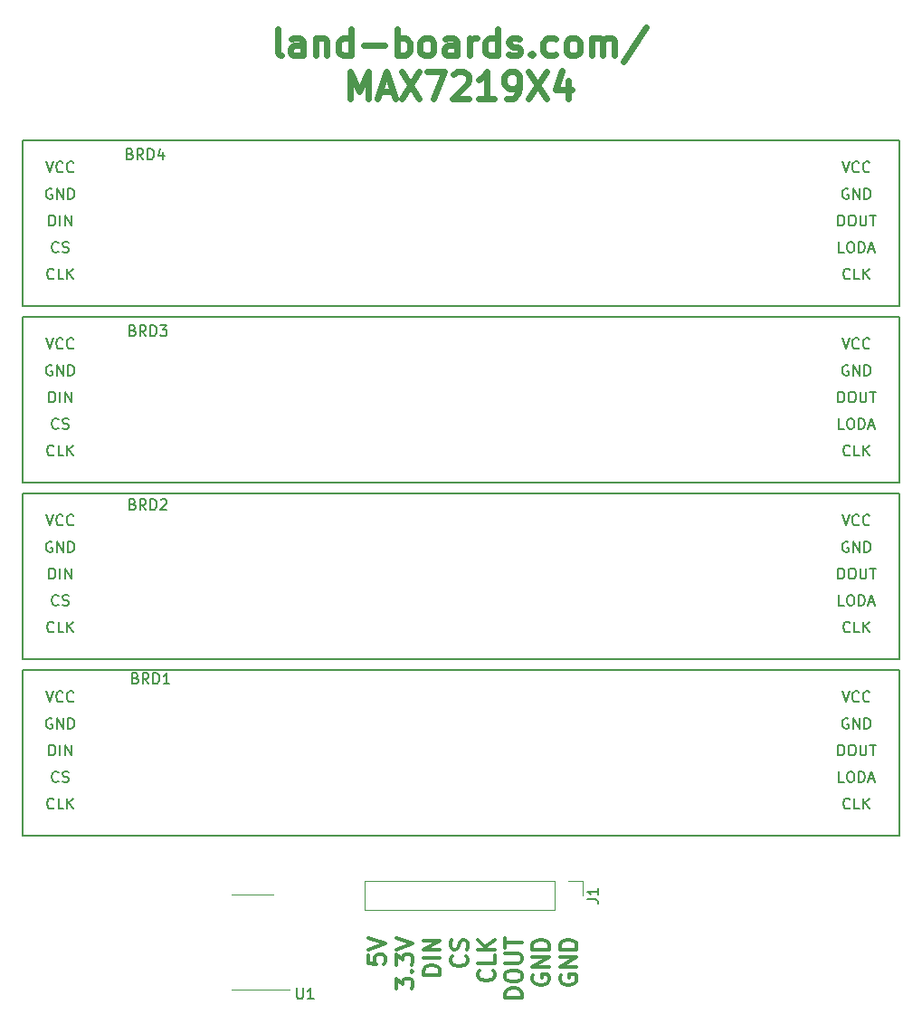
<source format=gbr>
%TF.GenerationSoftware,KiCad,Pcbnew,(6.0.1)*%
%TF.CreationDate,2022-06-12T20:44:29-04:00*%
%TF.ProjectId,MAX7219X4,4d415837-3231-4395-9834-2e6b69636164,1*%
%TF.SameCoordinates,Original*%
%TF.FileFunction,Legend,Top*%
%TF.FilePolarity,Positive*%
%FSLAX46Y46*%
G04 Gerber Fmt 4.6, Leading zero omitted, Abs format (unit mm)*
G04 Created by KiCad (PCBNEW (6.0.1)) date 2022-06-12 20:44:29*
%MOMM*%
%LPD*%
G01*
G04 APERTURE LIST*
%ADD10C,0.317500*%
%ADD11C,0.625000*%
%ADD12C,0.150000*%
%ADD13C,0.120000*%
G04 APERTURE END LIST*
D10*
X99405092Y-116753065D02*
X99405092Y-117509017D01*
X100161045Y-117584613D01*
X100085449Y-117509017D01*
X100009854Y-117357827D01*
X100009854Y-116979851D01*
X100085449Y-116828660D01*
X100161045Y-116753065D01*
X100312235Y-116677470D01*
X100690211Y-116677470D01*
X100841402Y-116753065D01*
X100916997Y-116828660D01*
X100992592Y-116979851D01*
X100992592Y-117357827D01*
X100916997Y-117509017D01*
X100841402Y-117584613D01*
X99405092Y-116223898D02*
X100992592Y-115694732D01*
X99405092Y-115165565D01*
X101960967Y-119928065D02*
X101960967Y-118945327D01*
X102565729Y-119474494D01*
X102565729Y-119247708D01*
X102641324Y-119096517D01*
X102716920Y-119020922D01*
X102868110Y-118945327D01*
X103246086Y-118945327D01*
X103397277Y-119020922D01*
X103472872Y-119096517D01*
X103548467Y-119247708D01*
X103548467Y-119701279D01*
X103472872Y-119852470D01*
X103397277Y-119928065D01*
X103397277Y-118264970D02*
X103472872Y-118189375D01*
X103548467Y-118264970D01*
X103472872Y-118340565D01*
X103397277Y-118264970D01*
X103548467Y-118264970D01*
X101960967Y-117660208D02*
X101960967Y-116677470D01*
X102565729Y-117206636D01*
X102565729Y-116979851D01*
X102641324Y-116828660D01*
X102716920Y-116753065D01*
X102868110Y-116677470D01*
X103246086Y-116677470D01*
X103397277Y-116753065D01*
X103472872Y-116828660D01*
X103548467Y-116979851D01*
X103548467Y-117433422D01*
X103472872Y-117584613D01*
X103397277Y-117660208D01*
X101960967Y-116223898D02*
X103548467Y-115694732D01*
X101960967Y-115165565D01*
X106104342Y-118642946D02*
X104516842Y-118642946D01*
X104516842Y-118264970D01*
X104592438Y-118038184D01*
X104743628Y-117886994D01*
X104894818Y-117811398D01*
X105197199Y-117735803D01*
X105423985Y-117735803D01*
X105726366Y-117811398D01*
X105877557Y-117886994D01*
X106028747Y-118038184D01*
X106104342Y-118264970D01*
X106104342Y-118642946D01*
X106104342Y-117055446D02*
X104516842Y-117055446D01*
X106104342Y-116299494D02*
X104516842Y-116299494D01*
X106104342Y-115392351D01*
X104516842Y-115392351D01*
X108509027Y-116828660D02*
X108584622Y-116904255D01*
X108660217Y-117131041D01*
X108660217Y-117282232D01*
X108584622Y-117509017D01*
X108433432Y-117660208D01*
X108282241Y-117735803D01*
X107979860Y-117811398D01*
X107753074Y-117811398D01*
X107450693Y-117735803D01*
X107299503Y-117660208D01*
X107148313Y-117509017D01*
X107072717Y-117282232D01*
X107072717Y-117131041D01*
X107148313Y-116904255D01*
X107223908Y-116828660D01*
X108584622Y-116223898D02*
X108660217Y-115997113D01*
X108660217Y-115619136D01*
X108584622Y-115467946D01*
X108509027Y-115392351D01*
X108357836Y-115316755D01*
X108206646Y-115316755D01*
X108055455Y-115392351D01*
X107979860Y-115467946D01*
X107904265Y-115619136D01*
X107828670Y-115921517D01*
X107753074Y-116072708D01*
X107677479Y-116148303D01*
X107526289Y-116223898D01*
X107375098Y-116223898D01*
X107223908Y-116148303D01*
X107148313Y-116072708D01*
X107072717Y-115921517D01*
X107072717Y-115543541D01*
X107148313Y-115316755D01*
X111064902Y-118189375D02*
X111140497Y-118264970D01*
X111216092Y-118491755D01*
X111216092Y-118642946D01*
X111140497Y-118869732D01*
X110989307Y-119020922D01*
X110838116Y-119096517D01*
X110535735Y-119172113D01*
X110308949Y-119172113D01*
X110006568Y-119096517D01*
X109855378Y-119020922D01*
X109704188Y-118869732D01*
X109628592Y-118642946D01*
X109628592Y-118491755D01*
X109704188Y-118264970D01*
X109779783Y-118189375D01*
X111216092Y-116753065D02*
X111216092Y-117509017D01*
X109628592Y-117509017D01*
X111216092Y-116223898D02*
X109628592Y-116223898D01*
X111216092Y-115316755D02*
X110308949Y-115997113D01*
X109628592Y-115316755D02*
X110535735Y-116223898D01*
X113771967Y-120759613D02*
X112184467Y-120759613D01*
X112184467Y-120381636D01*
X112260063Y-120154851D01*
X112411253Y-120003660D01*
X112562443Y-119928065D01*
X112864824Y-119852470D01*
X113091610Y-119852470D01*
X113393991Y-119928065D01*
X113545182Y-120003660D01*
X113696372Y-120154851D01*
X113771967Y-120381636D01*
X113771967Y-120759613D01*
X112184467Y-118869732D02*
X112184467Y-118567351D01*
X112260063Y-118416160D01*
X112411253Y-118264970D01*
X112713634Y-118189375D01*
X113242801Y-118189375D01*
X113545182Y-118264970D01*
X113696372Y-118416160D01*
X113771967Y-118567351D01*
X113771967Y-118869732D01*
X113696372Y-119020922D01*
X113545182Y-119172113D01*
X113242801Y-119247708D01*
X112713634Y-119247708D01*
X112411253Y-119172113D01*
X112260063Y-119020922D01*
X112184467Y-118869732D01*
X112184467Y-117509017D02*
X113469586Y-117509017D01*
X113620777Y-117433422D01*
X113696372Y-117357827D01*
X113771967Y-117206636D01*
X113771967Y-116904255D01*
X113696372Y-116753065D01*
X113620777Y-116677470D01*
X113469586Y-116601875D01*
X112184467Y-116601875D01*
X112184467Y-116072708D02*
X112184467Y-115165565D01*
X113771967Y-115619136D02*
X112184467Y-115619136D01*
X114815938Y-118642946D02*
X114740342Y-118794136D01*
X114740342Y-119020922D01*
X114815938Y-119247708D01*
X114967128Y-119398898D01*
X115118318Y-119474494D01*
X115420699Y-119550089D01*
X115647485Y-119550089D01*
X115949866Y-119474494D01*
X116101057Y-119398898D01*
X116252247Y-119247708D01*
X116327842Y-119020922D01*
X116327842Y-118869732D01*
X116252247Y-118642946D01*
X116176652Y-118567351D01*
X115647485Y-118567351D01*
X115647485Y-118869732D01*
X116327842Y-117886994D02*
X114740342Y-117886994D01*
X116327842Y-116979851D01*
X114740342Y-116979851D01*
X116327842Y-116223898D02*
X114740342Y-116223898D01*
X114740342Y-115845922D01*
X114815938Y-115619136D01*
X114967128Y-115467946D01*
X115118318Y-115392351D01*
X115420699Y-115316755D01*
X115647485Y-115316755D01*
X115949866Y-115392351D01*
X116101057Y-115467946D01*
X116252247Y-115619136D01*
X116327842Y-115845922D01*
X116327842Y-116223898D01*
X117371813Y-118642946D02*
X117296217Y-118794136D01*
X117296217Y-119020922D01*
X117371813Y-119247708D01*
X117523003Y-119398898D01*
X117674193Y-119474494D01*
X117976574Y-119550089D01*
X118203360Y-119550089D01*
X118505741Y-119474494D01*
X118656932Y-119398898D01*
X118808122Y-119247708D01*
X118883717Y-119020922D01*
X118883717Y-118869732D01*
X118808122Y-118642946D01*
X118732527Y-118567351D01*
X118203360Y-118567351D01*
X118203360Y-118869732D01*
X118883717Y-117886994D02*
X117296217Y-117886994D01*
X118883717Y-116979851D01*
X117296217Y-116979851D01*
X118883717Y-116223898D02*
X117296217Y-116223898D01*
X117296217Y-115845922D01*
X117371813Y-115619136D01*
X117523003Y-115467946D01*
X117674193Y-115392351D01*
X117976574Y-115316755D01*
X118203360Y-115316755D01*
X118505741Y-115392351D01*
X118656932Y-115467946D01*
X118808122Y-115619136D01*
X118883717Y-115845922D01*
X118883717Y-116223898D01*
D11*
X91223809Y-32646452D02*
X90985714Y-32527404D01*
X90866666Y-32289309D01*
X90866666Y-30146452D01*
X93247619Y-32646452D02*
X93247619Y-31336928D01*
X93128571Y-31098833D01*
X92890476Y-30979785D01*
X92414285Y-30979785D01*
X92176190Y-31098833D01*
X93247619Y-32527404D02*
X93009523Y-32646452D01*
X92414285Y-32646452D01*
X92176190Y-32527404D01*
X92057142Y-32289309D01*
X92057142Y-32051214D01*
X92176190Y-31813119D01*
X92414285Y-31694071D01*
X93009523Y-31694071D01*
X93247619Y-31575023D01*
X94438095Y-30979785D02*
X94438095Y-32646452D01*
X94438095Y-31217880D02*
X94557142Y-31098833D01*
X94795238Y-30979785D01*
X95152380Y-30979785D01*
X95390476Y-31098833D01*
X95509523Y-31336928D01*
X95509523Y-32646452D01*
X97771428Y-32646452D02*
X97771428Y-30146452D01*
X97771428Y-32527404D02*
X97533333Y-32646452D01*
X97057142Y-32646452D01*
X96819047Y-32527404D01*
X96700000Y-32408357D01*
X96580952Y-32170261D01*
X96580952Y-31455976D01*
X96700000Y-31217880D01*
X96819047Y-31098833D01*
X97057142Y-30979785D01*
X97533333Y-30979785D01*
X97771428Y-31098833D01*
X98961904Y-31694071D02*
X100866666Y-31694071D01*
X102057142Y-32646452D02*
X102057142Y-30146452D01*
X102057142Y-31098833D02*
X102295238Y-30979785D01*
X102771428Y-30979785D01*
X103009523Y-31098833D01*
X103128571Y-31217880D01*
X103247619Y-31455976D01*
X103247619Y-32170261D01*
X103128571Y-32408357D01*
X103009523Y-32527404D01*
X102771428Y-32646452D01*
X102295238Y-32646452D01*
X102057142Y-32527404D01*
X104676190Y-32646452D02*
X104438095Y-32527404D01*
X104319047Y-32408357D01*
X104200000Y-32170261D01*
X104200000Y-31455976D01*
X104319047Y-31217880D01*
X104438095Y-31098833D01*
X104676190Y-30979785D01*
X105033333Y-30979785D01*
X105271428Y-31098833D01*
X105390476Y-31217880D01*
X105509523Y-31455976D01*
X105509523Y-32170261D01*
X105390476Y-32408357D01*
X105271428Y-32527404D01*
X105033333Y-32646452D01*
X104676190Y-32646452D01*
X107652380Y-32646452D02*
X107652380Y-31336928D01*
X107533333Y-31098833D01*
X107295238Y-30979785D01*
X106819047Y-30979785D01*
X106580952Y-31098833D01*
X107652380Y-32527404D02*
X107414285Y-32646452D01*
X106819047Y-32646452D01*
X106580952Y-32527404D01*
X106461904Y-32289309D01*
X106461904Y-32051214D01*
X106580952Y-31813119D01*
X106819047Y-31694071D01*
X107414285Y-31694071D01*
X107652380Y-31575023D01*
X108842857Y-32646452D02*
X108842857Y-30979785D01*
X108842857Y-31455976D02*
X108961904Y-31217880D01*
X109080952Y-31098833D01*
X109319047Y-30979785D01*
X109557142Y-30979785D01*
X111461904Y-32646452D02*
X111461904Y-30146452D01*
X111461904Y-32527404D02*
X111223809Y-32646452D01*
X110747619Y-32646452D01*
X110509523Y-32527404D01*
X110390476Y-32408357D01*
X110271428Y-32170261D01*
X110271428Y-31455976D01*
X110390476Y-31217880D01*
X110509523Y-31098833D01*
X110747619Y-30979785D01*
X111223809Y-30979785D01*
X111461904Y-31098833D01*
X112533333Y-32527404D02*
X112771428Y-32646452D01*
X113247619Y-32646452D01*
X113485714Y-32527404D01*
X113604761Y-32289309D01*
X113604761Y-32170261D01*
X113485714Y-31932166D01*
X113247619Y-31813119D01*
X112890476Y-31813119D01*
X112652380Y-31694071D01*
X112533333Y-31455976D01*
X112533333Y-31336928D01*
X112652380Y-31098833D01*
X112890476Y-30979785D01*
X113247619Y-30979785D01*
X113485714Y-31098833D01*
X114676190Y-32408357D02*
X114795238Y-32527404D01*
X114676190Y-32646452D01*
X114557142Y-32527404D01*
X114676190Y-32408357D01*
X114676190Y-32646452D01*
X116938095Y-32527404D02*
X116700000Y-32646452D01*
X116223809Y-32646452D01*
X115985714Y-32527404D01*
X115866666Y-32408357D01*
X115747619Y-32170261D01*
X115747619Y-31455976D01*
X115866666Y-31217880D01*
X115985714Y-31098833D01*
X116223809Y-30979785D01*
X116700000Y-30979785D01*
X116938095Y-31098833D01*
X118366666Y-32646452D02*
X118128571Y-32527404D01*
X118009523Y-32408357D01*
X117890476Y-32170261D01*
X117890476Y-31455976D01*
X118009523Y-31217880D01*
X118128571Y-31098833D01*
X118366666Y-30979785D01*
X118723809Y-30979785D01*
X118961904Y-31098833D01*
X119080952Y-31217880D01*
X119200000Y-31455976D01*
X119200000Y-32170261D01*
X119080952Y-32408357D01*
X118961904Y-32527404D01*
X118723809Y-32646452D01*
X118366666Y-32646452D01*
X120271428Y-32646452D02*
X120271428Y-30979785D01*
X120271428Y-31217880D02*
X120390476Y-31098833D01*
X120628571Y-30979785D01*
X120985714Y-30979785D01*
X121223809Y-31098833D01*
X121342857Y-31336928D01*
X121342857Y-32646452D01*
X121342857Y-31336928D02*
X121461904Y-31098833D01*
X121699999Y-30979785D01*
X122057142Y-30979785D01*
X122295238Y-31098833D01*
X122414285Y-31336928D01*
X122414285Y-32646452D01*
X125390476Y-30027404D02*
X123247619Y-33241690D01*
X97711904Y-36671452D02*
X97711904Y-34171452D01*
X98545238Y-35957166D01*
X99378571Y-34171452D01*
X99378571Y-36671452D01*
X100450000Y-35957166D02*
X101640476Y-35957166D01*
X100211904Y-36671452D02*
X101045238Y-34171452D01*
X101878571Y-36671452D01*
X102473809Y-34171452D02*
X104140476Y-36671452D01*
X104140476Y-34171452D02*
X102473809Y-36671452D01*
X104854761Y-34171452D02*
X106521428Y-34171452D01*
X105450000Y-36671452D01*
X107354761Y-34409547D02*
X107473809Y-34290500D01*
X107711904Y-34171452D01*
X108307142Y-34171452D01*
X108545238Y-34290500D01*
X108664285Y-34409547D01*
X108783333Y-34647642D01*
X108783333Y-34885738D01*
X108664285Y-35242880D01*
X107235714Y-36671452D01*
X108783333Y-36671452D01*
X111164285Y-36671452D02*
X109735714Y-36671452D01*
X110450000Y-36671452D02*
X110450000Y-34171452D01*
X110211904Y-34528595D01*
X109973809Y-34766690D01*
X109735714Y-34885738D01*
X112354761Y-36671452D02*
X112830952Y-36671452D01*
X113069047Y-36552404D01*
X113188095Y-36433357D01*
X113426190Y-36076214D01*
X113545238Y-35600023D01*
X113545238Y-34647642D01*
X113426190Y-34409547D01*
X113307142Y-34290500D01*
X113069047Y-34171452D01*
X112592857Y-34171452D01*
X112354761Y-34290500D01*
X112235714Y-34409547D01*
X112116666Y-34647642D01*
X112116666Y-35242880D01*
X112235714Y-35480976D01*
X112354761Y-35600023D01*
X112592857Y-35719071D01*
X113069047Y-35719071D01*
X113307142Y-35600023D01*
X113426190Y-35480976D01*
X113545238Y-35242880D01*
X114378571Y-34171452D02*
X116045238Y-36671452D01*
X116045238Y-34171452D02*
X114378571Y-36671452D01*
X118069047Y-35004785D02*
X118069047Y-36671452D01*
X117473809Y-34052404D02*
X116878571Y-35838119D01*
X118426190Y-35838119D01*
D12*
%TO.C,BRD4*%
X77081238Y-41838571D02*
X77224095Y-41886190D01*
X77271714Y-41933809D01*
X77319333Y-42029047D01*
X77319333Y-42171904D01*
X77271714Y-42267142D01*
X77224095Y-42314761D01*
X77128857Y-42362380D01*
X76747904Y-42362380D01*
X76747904Y-41362380D01*
X77081238Y-41362380D01*
X77176476Y-41410000D01*
X77224095Y-41457619D01*
X77271714Y-41552857D01*
X77271714Y-41648095D01*
X77224095Y-41743333D01*
X77176476Y-41790952D01*
X77081238Y-41838571D01*
X76747904Y-41838571D01*
X78319333Y-42362380D02*
X77986000Y-41886190D01*
X77747904Y-42362380D02*
X77747904Y-41362380D01*
X78128857Y-41362380D01*
X78224095Y-41410000D01*
X78271714Y-41457619D01*
X78319333Y-41552857D01*
X78319333Y-41695714D01*
X78271714Y-41790952D01*
X78224095Y-41838571D01*
X78128857Y-41886190D01*
X77747904Y-41886190D01*
X78747904Y-42362380D02*
X78747904Y-41362380D01*
X78986000Y-41362380D01*
X79128857Y-41410000D01*
X79224095Y-41505238D01*
X79271714Y-41600476D01*
X79319333Y-41790952D01*
X79319333Y-41933809D01*
X79271714Y-42124285D01*
X79224095Y-42219523D01*
X79128857Y-42314761D01*
X78986000Y-42362380D01*
X78747904Y-42362380D01*
X80176476Y-41695714D02*
X80176476Y-42362380D01*
X79938380Y-41314761D02*
X79700285Y-42029047D01*
X80319333Y-42029047D01*
X143354523Y-48557380D02*
X143354523Y-47557380D01*
X143592619Y-47557380D01*
X143735476Y-47605000D01*
X143830714Y-47700238D01*
X143878333Y-47795476D01*
X143925952Y-47985952D01*
X143925952Y-48128809D01*
X143878333Y-48319285D01*
X143830714Y-48414523D01*
X143735476Y-48509761D01*
X143592619Y-48557380D01*
X143354523Y-48557380D01*
X144545000Y-47557380D02*
X144735476Y-47557380D01*
X144830714Y-47605000D01*
X144925952Y-47700238D01*
X144973571Y-47890714D01*
X144973571Y-48224047D01*
X144925952Y-48414523D01*
X144830714Y-48509761D01*
X144735476Y-48557380D01*
X144545000Y-48557380D01*
X144449761Y-48509761D01*
X144354523Y-48414523D01*
X144306904Y-48224047D01*
X144306904Y-47890714D01*
X144354523Y-47700238D01*
X144449761Y-47605000D01*
X144545000Y-47557380D01*
X145402142Y-47557380D02*
X145402142Y-48366904D01*
X145449761Y-48462142D01*
X145497380Y-48509761D01*
X145592619Y-48557380D01*
X145783095Y-48557380D01*
X145878333Y-48509761D01*
X145925952Y-48462142D01*
X145973571Y-48366904D01*
X145973571Y-47557380D01*
X146306904Y-47557380D02*
X146878333Y-47557380D01*
X146592619Y-48557380D02*
X146592619Y-47557380D01*
X70378333Y-50962142D02*
X70330714Y-51009761D01*
X70187857Y-51057380D01*
X70092619Y-51057380D01*
X69949761Y-51009761D01*
X69854523Y-50914523D01*
X69806904Y-50819285D01*
X69759285Y-50628809D01*
X69759285Y-50485952D01*
X69806904Y-50295476D01*
X69854523Y-50200238D01*
X69949761Y-50105000D01*
X70092619Y-50057380D01*
X70187857Y-50057380D01*
X70330714Y-50105000D01*
X70378333Y-50152619D01*
X70759285Y-51009761D02*
X70902142Y-51057380D01*
X71140238Y-51057380D01*
X71235476Y-51009761D01*
X71283095Y-50962142D01*
X71330714Y-50866904D01*
X71330714Y-50771666D01*
X71283095Y-50676428D01*
X71235476Y-50628809D01*
X71140238Y-50581190D01*
X70949761Y-50533571D01*
X70854523Y-50485952D01*
X70806904Y-50438333D01*
X70759285Y-50343095D01*
X70759285Y-50247857D01*
X70806904Y-50152619D01*
X70854523Y-50105000D01*
X70949761Y-50057380D01*
X71187857Y-50057380D01*
X71330714Y-50105000D01*
X143711666Y-42557380D02*
X144045000Y-43557380D01*
X144378333Y-42557380D01*
X145283095Y-43462142D02*
X145235476Y-43509761D01*
X145092619Y-43557380D01*
X144997380Y-43557380D01*
X144854523Y-43509761D01*
X144759285Y-43414523D01*
X144711666Y-43319285D01*
X144664047Y-43128809D01*
X144664047Y-42985952D01*
X144711666Y-42795476D01*
X144759285Y-42700238D01*
X144854523Y-42605000D01*
X144997380Y-42557380D01*
X145092619Y-42557380D01*
X145235476Y-42605000D01*
X145283095Y-42652619D01*
X146283095Y-43462142D02*
X146235476Y-43509761D01*
X146092619Y-43557380D01*
X145997380Y-43557380D01*
X145854523Y-43509761D01*
X145759285Y-43414523D01*
X145711666Y-43319285D01*
X145664047Y-43128809D01*
X145664047Y-42985952D01*
X145711666Y-42795476D01*
X145759285Y-42700238D01*
X145854523Y-42605000D01*
X145997380Y-42557380D01*
X146092619Y-42557380D01*
X146235476Y-42605000D01*
X146283095Y-42652619D01*
X144449761Y-53462142D02*
X144402142Y-53509761D01*
X144259285Y-53557380D01*
X144164047Y-53557380D01*
X144021190Y-53509761D01*
X143925952Y-53414523D01*
X143878333Y-53319285D01*
X143830714Y-53128809D01*
X143830714Y-52985952D01*
X143878333Y-52795476D01*
X143925952Y-52700238D01*
X144021190Y-52605000D01*
X144164047Y-52557380D01*
X144259285Y-52557380D01*
X144402142Y-52605000D01*
X144449761Y-52652619D01*
X145354523Y-53557380D02*
X144878333Y-53557380D01*
X144878333Y-52557380D01*
X145687857Y-53557380D02*
X145687857Y-52557380D01*
X146259285Y-53557380D02*
X145830714Y-52985952D01*
X146259285Y-52557380D02*
X145687857Y-53128809D01*
X69783095Y-45105000D02*
X69687857Y-45057380D01*
X69545000Y-45057380D01*
X69402142Y-45105000D01*
X69306904Y-45200238D01*
X69259285Y-45295476D01*
X69211666Y-45485952D01*
X69211666Y-45628809D01*
X69259285Y-45819285D01*
X69306904Y-45914523D01*
X69402142Y-46009761D01*
X69545000Y-46057380D01*
X69640238Y-46057380D01*
X69783095Y-46009761D01*
X69830714Y-45962142D01*
X69830714Y-45628809D01*
X69640238Y-45628809D01*
X70259285Y-46057380D02*
X70259285Y-45057380D01*
X70830714Y-46057380D01*
X70830714Y-45057380D01*
X71306904Y-46057380D02*
X71306904Y-45057380D01*
X71545000Y-45057380D01*
X71687857Y-45105000D01*
X71783095Y-45200238D01*
X71830714Y-45295476D01*
X71878333Y-45485952D01*
X71878333Y-45628809D01*
X71830714Y-45819285D01*
X71783095Y-45914523D01*
X71687857Y-46009761D01*
X71545000Y-46057380D01*
X71306904Y-46057380D01*
X143902142Y-51057380D02*
X143425952Y-51057380D01*
X143425952Y-50057380D01*
X144425952Y-50057380D02*
X144616428Y-50057380D01*
X144711666Y-50105000D01*
X144806904Y-50200238D01*
X144854523Y-50390714D01*
X144854523Y-50724047D01*
X144806904Y-50914523D01*
X144711666Y-51009761D01*
X144616428Y-51057380D01*
X144425952Y-51057380D01*
X144330714Y-51009761D01*
X144235476Y-50914523D01*
X144187857Y-50724047D01*
X144187857Y-50390714D01*
X144235476Y-50200238D01*
X144330714Y-50105000D01*
X144425952Y-50057380D01*
X145283095Y-51057380D02*
X145283095Y-50057380D01*
X145521190Y-50057380D01*
X145664047Y-50105000D01*
X145759285Y-50200238D01*
X145806904Y-50295476D01*
X145854523Y-50485952D01*
X145854523Y-50628809D01*
X145806904Y-50819285D01*
X145759285Y-50914523D01*
X145664047Y-51009761D01*
X145521190Y-51057380D01*
X145283095Y-51057380D01*
X146235476Y-50771666D02*
X146711666Y-50771666D01*
X146140238Y-51057380D02*
X146473571Y-50057380D01*
X146806904Y-51057380D01*
X69521190Y-48557380D02*
X69521190Y-47557380D01*
X69759285Y-47557380D01*
X69902142Y-47605000D01*
X69997380Y-47700238D01*
X70045000Y-47795476D01*
X70092619Y-47985952D01*
X70092619Y-48128809D01*
X70045000Y-48319285D01*
X69997380Y-48414523D01*
X69902142Y-48509761D01*
X69759285Y-48557380D01*
X69521190Y-48557380D01*
X70521190Y-48557380D02*
X70521190Y-47557380D01*
X70997380Y-48557380D02*
X70997380Y-47557380D01*
X71568809Y-48557380D01*
X71568809Y-47557380D01*
X69949761Y-53462142D02*
X69902142Y-53509761D01*
X69759285Y-53557380D01*
X69664047Y-53557380D01*
X69521190Y-53509761D01*
X69425952Y-53414523D01*
X69378333Y-53319285D01*
X69330714Y-53128809D01*
X69330714Y-52985952D01*
X69378333Y-52795476D01*
X69425952Y-52700238D01*
X69521190Y-52605000D01*
X69664047Y-52557380D01*
X69759285Y-52557380D01*
X69902142Y-52605000D01*
X69949761Y-52652619D01*
X70854523Y-53557380D02*
X70378333Y-53557380D01*
X70378333Y-52557380D01*
X71187857Y-53557380D02*
X71187857Y-52557380D01*
X71759285Y-53557380D02*
X71330714Y-52985952D01*
X71759285Y-52557380D02*
X71187857Y-53128809D01*
X69211666Y-42557380D02*
X69545000Y-43557380D01*
X69878333Y-42557380D01*
X70783095Y-43462142D02*
X70735476Y-43509761D01*
X70592619Y-43557380D01*
X70497380Y-43557380D01*
X70354523Y-43509761D01*
X70259285Y-43414523D01*
X70211666Y-43319285D01*
X70164047Y-43128809D01*
X70164047Y-42985952D01*
X70211666Y-42795476D01*
X70259285Y-42700238D01*
X70354523Y-42605000D01*
X70497380Y-42557380D01*
X70592619Y-42557380D01*
X70735476Y-42605000D01*
X70783095Y-42652619D01*
X71783095Y-43462142D02*
X71735476Y-43509761D01*
X71592619Y-43557380D01*
X71497380Y-43557380D01*
X71354523Y-43509761D01*
X71259285Y-43414523D01*
X71211666Y-43319285D01*
X71164047Y-43128809D01*
X71164047Y-42985952D01*
X71211666Y-42795476D01*
X71259285Y-42700238D01*
X71354523Y-42605000D01*
X71497380Y-42557380D01*
X71592619Y-42557380D01*
X71735476Y-42605000D01*
X71783095Y-42652619D01*
X144283095Y-45105000D02*
X144187857Y-45057380D01*
X144045000Y-45057380D01*
X143902142Y-45105000D01*
X143806904Y-45200238D01*
X143759285Y-45295476D01*
X143711666Y-45485952D01*
X143711666Y-45628809D01*
X143759285Y-45819285D01*
X143806904Y-45914523D01*
X143902142Y-46009761D01*
X144045000Y-46057380D01*
X144140238Y-46057380D01*
X144283095Y-46009761D01*
X144330714Y-45962142D01*
X144330714Y-45628809D01*
X144140238Y-45628809D01*
X144759285Y-46057380D02*
X144759285Y-45057380D01*
X145330714Y-46057380D01*
X145330714Y-45057380D01*
X145806904Y-46057380D02*
X145806904Y-45057380D01*
X146045000Y-45057380D01*
X146187857Y-45105000D01*
X146283095Y-45200238D01*
X146330714Y-45295476D01*
X146378333Y-45485952D01*
X146378333Y-45628809D01*
X146330714Y-45819285D01*
X146283095Y-45914523D01*
X146187857Y-46009761D01*
X146045000Y-46057380D01*
X145806904Y-46057380D01*
%TO.C,BRD1*%
X77589238Y-90860571D02*
X77732095Y-90908190D01*
X77779714Y-90955809D01*
X77827333Y-91051047D01*
X77827333Y-91193904D01*
X77779714Y-91289142D01*
X77732095Y-91336761D01*
X77636857Y-91384380D01*
X77255904Y-91384380D01*
X77255904Y-90384380D01*
X77589238Y-90384380D01*
X77684476Y-90432000D01*
X77732095Y-90479619D01*
X77779714Y-90574857D01*
X77779714Y-90670095D01*
X77732095Y-90765333D01*
X77684476Y-90812952D01*
X77589238Y-90860571D01*
X77255904Y-90860571D01*
X78827333Y-91384380D02*
X78494000Y-90908190D01*
X78255904Y-91384380D02*
X78255904Y-90384380D01*
X78636857Y-90384380D01*
X78732095Y-90432000D01*
X78779714Y-90479619D01*
X78827333Y-90574857D01*
X78827333Y-90717714D01*
X78779714Y-90812952D01*
X78732095Y-90860571D01*
X78636857Y-90908190D01*
X78255904Y-90908190D01*
X79255904Y-91384380D02*
X79255904Y-90384380D01*
X79494000Y-90384380D01*
X79636857Y-90432000D01*
X79732095Y-90527238D01*
X79779714Y-90622476D01*
X79827333Y-90812952D01*
X79827333Y-90955809D01*
X79779714Y-91146285D01*
X79732095Y-91241523D01*
X79636857Y-91336761D01*
X79494000Y-91384380D01*
X79255904Y-91384380D01*
X80779714Y-91384380D02*
X80208285Y-91384380D01*
X80494000Y-91384380D02*
X80494000Y-90384380D01*
X80398761Y-90527238D01*
X80303523Y-90622476D01*
X80208285Y-90670095D01*
X69521190Y-98087380D02*
X69521190Y-97087380D01*
X69759285Y-97087380D01*
X69902142Y-97135000D01*
X69997380Y-97230238D01*
X70045000Y-97325476D01*
X70092619Y-97515952D01*
X70092619Y-97658809D01*
X70045000Y-97849285D01*
X69997380Y-97944523D01*
X69902142Y-98039761D01*
X69759285Y-98087380D01*
X69521190Y-98087380D01*
X70521190Y-98087380D02*
X70521190Y-97087380D01*
X70997380Y-98087380D02*
X70997380Y-97087380D01*
X71568809Y-98087380D01*
X71568809Y-97087380D01*
X143711666Y-92087380D02*
X144045000Y-93087380D01*
X144378333Y-92087380D01*
X145283095Y-92992142D02*
X145235476Y-93039761D01*
X145092619Y-93087380D01*
X144997380Y-93087380D01*
X144854523Y-93039761D01*
X144759285Y-92944523D01*
X144711666Y-92849285D01*
X144664047Y-92658809D01*
X144664047Y-92515952D01*
X144711666Y-92325476D01*
X144759285Y-92230238D01*
X144854523Y-92135000D01*
X144997380Y-92087380D01*
X145092619Y-92087380D01*
X145235476Y-92135000D01*
X145283095Y-92182619D01*
X146283095Y-92992142D02*
X146235476Y-93039761D01*
X146092619Y-93087380D01*
X145997380Y-93087380D01*
X145854523Y-93039761D01*
X145759285Y-92944523D01*
X145711666Y-92849285D01*
X145664047Y-92658809D01*
X145664047Y-92515952D01*
X145711666Y-92325476D01*
X145759285Y-92230238D01*
X145854523Y-92135000D01*
X145997380Y-92087380D01*
X146092619Y-92087380D01*
X146235476Y-92135000D01*
X146283095Y-92182619D01*
X144449761Y-102992142D02*
X144402142Y-103039761D01*
X144259285Y-103087380D01*
X144164047Y-103087380D01*
X144021190Y-103039761D01*
X143925952Y-102944523D01*
X143878333Y-102849285D01*
X143830714Y-102658809D01*
X143830714Y-102515952D01*
X143878333Y-102325476D01*
X143925952Y-102230238D01*
X144021190Y-102135000D01*
X144164047Y-102087380D01*
X144259285Y-102087380D01*
X144402142Y-102135000D01*
X144449761Y-102182619D01*
X145354523Y-103087380D02*
X144878333Y-103087380D01*
X144878333Y-102087380D01*
X145687857Y-103087380D02*
X145687857Y-102087380D01*
X146259285Y-103087380D02*
X145830714Y-102515952D01*
X146259285Y-102087380D02*
X145687857Y-102658809D01*
X69783095Y-94635000D02*
X69687857Y-94587380D01*
X69545000Y-94587380D01*
X69402142Y-94635000D01*
X69306904Y-94730238D01*
X69259285Y-94825476D01*
X69211666Y-95015952D01*
X69211666Y-95158809D01*
X69259285Y-95349285D01*
X69306904Y-95444523D01*
X69402142Y-95539761D01*
X69545000Y-95587380D01*
X69640238Y-95587380D01*
X69783095Y-95539761D01*
X69830714Y-95492142D01*
X69830714Y-95158809D01*
X69640238Y-95158809D01*
X70259285Y-95587380D02*
X70259285Y-94587380D01*
X70830714Y-95587380D01*
X70830714Y-94587380D01*
X71306904Y-95587380D02*
X71306904Y-94587380D01*
X71545000Y-94587380D01*
X71687857Y-94635000D01*
X71783095Y-94730238D01*
X71830714Y-94825476D01*
X71878333Y-95015952D01*
X71878333Y-95158809D01*
X71830714Y-95349285D01*
X71783095Y-95444523D01*
X71687857Y-95539761D01*
X71545000Y-95587380D01*
X71306904Y-95587380D01*
X143902142Y-100587380D02*
X143425952Y-100587380D01*
X143425952Y-99587380D01*
X144425952Y-99587380D02*
X144616428Y-99587380D01*
X144711666Y-99635000D01*
X144806904Y-99730238D01*
X144854523Y-99920714D01*
X144854523Y-100254047D01*
X144806904Y-100444523D01*
X144711666Y-100539761D01*
X144616428Y-100587380D01*
X144425952Y-100587380D01*
X144330714Y-100539761D01*
X144235476Y-100444523D01*
X144187857Y-100254047D01*
X144187857Y-99920714D01*
X144235476Y-99730238D01*
X144330714Y-99635000D01*
X144425952Y-99587380D01*
X145283095Y-100587380D02*
X145283095Y-99587380D01*
X145521190Y-99587380D01*
X145664047Y-99635000D01*
X145759285Y-99730238D01*
X145806904Y-99825476D01*
X145854523Y-100015952D01*
X145854523Y-100158809D01*
X145806904Y-100349285D01*
X145759285Y-100444523D01*
X145664047Y-100539761D01*
X145521190Y-100587380D01*
X145283095Y-100587380D01*
X146235476Y-100301666D02*
X146711666Y-100301666D01*
X146140238Y-100587380D02*
X146473571Y-99587380D01*
X146806904Y-100587380D01*
X143354523Y-98087380D02*
X143354523Y-97087380D01*
X143592619Y-97087380D01*
X143735476Y-97135000D01*
X143830714Y-97230238D01*
X143878333Y-97325476D01*
X143925952Y-97515952D01*
X143925952Y-97658809D01*
X143878333Y-97849285D01*
X143830714Y-97944523D01*
X143735476Y-98039761D01*
X143592619Y-98087380D01*
X143354523Y-98087380D01*
X144545000Y-97087380D02*
X144735476Y-97087380D01*
X144830714Y-97135000D01*
X144925952Y-97230238D01*
X144973571Y-97420714D01*
X144973571Y-97754047D01*
X144925952Y-97944523D01*
X144830714Y-98039761D01*
X144735476Y-98087380D01*
X144545000Y-98087380D01*
X144449761Y-98039761D01*
X144354523Y-97944523D01*
X144306904Y-97754047D01*
X144306904Y-97420714D01*
X144354523Y-97230238D01*
X144449761Y-97135000D01*
X144545000Y-97087380D01*
X145402142Y-97087380D02*
X145402142Y-97896904D01*
X145449761Y-97992142D01*
X145497380Y-98039761D01*
X145592619Y-98087380D01*
X145783095Y-98087380D01*
X145878333Y-98039761D01*
X145925952Y-97992142D01*
X145973571Y-97896904D01*
X145973571Y-97087380D01*
X146306904Y-97087380D02*
X146878333Y-97087380D01*
X146592619Y-98087380D02*
X146592619Y-97087380D01*
X144283095Y-94635000D02*
X144187857Y-94587380D01*
X144045000Y-94587380D01*
X143902142Y-94635000D01*
X143806904Y-94730238D01*
X143759285Y-94825476D01*
X143711666Y-95015952D01*
X143711666Y-95158809D01*
X143759285Y-95349285D01*
X143806904Y-95444523D01*
X143902142Y-95539761D01*
X144045000Y-95587380D01*
X144140238Y-95587380D01*
X144283095Y-95539761D01*
X144330714Y-95492142D01*
X144330714Y-95158809D01*
X144140238Y-95158809D01*
X144759285Y-95587380D02*
X144759285Y-94587380D01*
X145330714Y-95587380D01*
X145330714Y-94587380D01*
X145806904Y-95587380D02*
X145806904Y-94587380D01*
X146045000Y-94587380D01*
X146187857Y-94635000D01*
X146283095Y-94730238D01*
X146330714Y-94825476D01*
X146378333Y-95015952D01*
X146378333Y-95158809D01*
X146330714Y-95349285D01*
X146283095Y-95444523D01*
X146187857Y-95539761D01*
X146045000Y-95587380D01*
X145806904Y-95587380D01*
X69211666Y-92087380D02*
X69545000Y-93087380D01*
X69878333Y-92087380D01*
X70783095Y-92992142D02*
X70735476Y-93039761D01*
X70592619Y-93087380D01*
X70497380Y-93087380D01*
X70354523Y-93039761D01*
X70259285Y-92944523D01*
X70211666Y-92849285D01*
X70164047Y-92658809D01*
X70164047Y-92515952D01*
X70211666Y-92325476D01*
X70259285Y-92230238D01*
X70354523Y-92135000D01*
X70497380Y-92087380D01*
X70592619Y-92087380D01*
X70735476Y-92135000D01*
X70783095Y-92182619D01*
X71783095Y-92992142D02*
X71735476Y-93039761D01*
X71592619Y-93087380D01*
X71497380Y-93087380D01*
X71354523Y-93039761D01*
X71259285Y-92944523D01*
X71211666Y-92849285D01*
X71164047Y-92658809D01*
X71164047Y-92515952D01*
X71211666Y-92325476D01*
X71259285Y-92230238D01*
X71354523Y-92135000D01*
X71497380Y-92087380D01*
X71592619Y-92087380D01*
X71735476Y-92135000D01*
X71783095Y-92182619D01*
X69949761Y-102992142D02*
X69902142Y-103039761D01*
X69759285Y-103087380D01*
X69664047Y-103087380D01*
X69521190Y-103039761D01*
X69425952Y-102944523D01*
X69378333Y-102849285D01*
X69330714Y-102658809D01*
X69330714Y-102515952D01*
X69378333Y-102325476D01*
X69425952Y-102230238D01*
X69521190Y-102135000D01*
X69664047Y-102087380D01*
X69759285Y-102087380D01*
X69902142Y-102135000D01*
X69949761Y-102182619D01*
X70854523Y-103087380D02*
X70378333Y-103087380D01*
X70378333Y-102087380D01*
X71187857Y-103087380D02*
X71187857Y-102087380D01*
X71759285Y-103087380D02*
X71330714Y-102515952D01*
X71759285Y-102087380D02*
X71187857Y-102658809D01*
X70378333Y-100492142D02*
X70330714Y-100539761D01*
X70187857Y-100587380D01*
X70092619Y-100587380D01*
X69949761Y-100539761D01*
X69854523Y-100444523D01*
X69806904Y-100349285D01*
X69759285Y-100158809D01*
X69759285Y-100015952D01*
X69806904Y-99825476D01*
X69854523Y-99730238D01*
X69949761Y-99635000D01*
X70092619Y-99587380D01*
X70187857Y-99587380D01*
X70330714Y-99635000D01*
X70378333Y-99682619D01*
X70759285Y-100539761D02*
X70902142Y-100587380D01*
X71140238Y-100587380D01*
X71235476Y-100539761D01*
X71283095Y-100492142D01*
X71330714Y-100396904D01*
X71330714Y-100301666D01*
X71283095Y-100206428D01*
X71235476Y-100158809D01*
X71140238Y-100111190D01*
X70949761Y-100063571D01*
X70854523Y-100015952D01*
X70806904Y-99968333D01*
X70759285Y-99873095D01*
X70759285Y-99777857D01*
X70806904Y-99682619D01*
X70854523Y-99635000D01*
X70949761Y-99587380D01*
X71187857Y-99587380D01*
X71330714Y-99635000D01*
%TO.C,J1*%
X119892380Y-111528333D02*
X120606666Y-111528333D01*
X120749523Y-111575952D01*
X120844761Y-111671190D01*
X120892380Y-111814047D01*
X120892380Y-111909285D01*
X120892380Y-110528333D02*
X120892380Y-111099761D01*
X120892380Y-110814047D02*
X119892380Y-110814047D01*
X120035238Y-110909285D01*
X120130476Y-111004523D01*
X120178095Y-111099761D01*
%TO.C,U1*%
X92710095Y-119848380D02*
X92710095Y-120657904D01*
X92757714Y-120753142D01*
X92805333Y-120800761D01*
X92900571Y-120848380D01*
X93091047Y-120848380D01*
X93186285Y-120800761D01*
X93233904Y-120753142D01*
X93281523Y-120657904D01*
X93281523Y-119848380D01*
X94281523Y-120848380D02*
X93710095Y-120848380D01*
X93995809Y-120848380D02*
X93995809Y-119848380D01*
X93900571Y-119991238D01*
X93805333Y-120086476D01*
X93710095Y-120134095D01*
%TO.C,BRD3*%
X77335238Y-58348571D02*
X77478095Y-58396190D01*
X77525714Y-58443809D01*
X77573333Y-58539047D01*
X77573333Y-58681904D01*
X77525714Y-58777142D01*
X77478095Y-58824761D01*
X77382857Y-58872380D01*
X77001904Y-58872380D01*
X77001904Y-57872380D01*
X77335238Y-57872380D01*
X77430476Y-57920000D01*
X77478095Y-57967619D01*
X77525714Y-58062857D01*
X77525714Y-58158095D01*
X77478095Y-58253333D01*
X77430476Y-58300952D01*
X77335238Y-58348571D01*
X77001904Y-58348571D01*
X78573333Y-58872380D02*
X78240000Y-58396190D01*
X78001904Y-58872380D02*
X78001904Y-57872380D01*
X78382857Y-57872380D01*
X78478095Y-57920000D01*
X78525714Y-57967619D01*
X78573333Y-58062857D01*
X78573333Y-58205714D01*
X78525714Y-58300952D01*
X78478095Y-58348571D01*
X78382857Y-58396190D01*
X78001904Y-58396190D01*
X79001904Y-58872380D02*
X79001904Y-57872380D01*
X79240000Y-57872380D01*
X79382857Y-57920000D01*
X79478095Y-58015238D01*
X79525714Y-58110476D01*
X79573333Y-58300952D01*
X79573333Y-58443809D01*
X79525714Y-58634285D01*
X79478095Y-58729523D01*
X79382857Y-58824761D01*
X79240000Y-58872380D01*
X79001904Y-58872380D01*
X79906666Y-57872380D02*
X80525714Y-57872380D01*
X80192380Y-58253333D01*
X80335238Y-58253333D01*
X80430476Y-58300952D01*
X80478095Y-58348571D01*
X80525714Y-58443809D01*
X80525714Y-58681904D01*
X80478095Y-58777142D01*
X80430476Y-58824761D01*
X80335238Y-58872380D01*
X80049523Y-58872380D01*
X79954285Y-58824761D01*
X79906666Y-58777142D01*
X144449761Y-69972142D02*
X144402142Y-70019761D01*
X144259285Y-70067380D01*
X144164047Y-70067380D01*
X144021190Y-70019761D01*
X143925952Y-69924523D01*
X143878333Y-69829285D01*
X143830714Y-69638809D01*
X143830714Y-69495952D01*
X143878333Y-69305476D01*
X143925952Y-69210238D01*
X144021190Y-69115000D01*
X144164047Y-69067380D01*
X144259285Y-69067380D01*
X144402142Y-69115000D01*
X144449761Y-69162619D01*
X145354523Y-70067380D02*
X144878333Y-70067380D01*
X144878333Y-69067380D01*
X145687857Y-70067380D02*
X145687857Y-69067380D01*
X146259285Y-70067380D02*
X145830714Y-69495952D01*
X146259285Y-69067380D02*
X145687857Y-69638809D01*
X69783095Y-61615000D02*
X69687857Y-61567380D01*
X69545000Y-61567380D01*
X69402142Y-61615000D01*
X69306904Y-61710238D01*
X69259285Y-61805476D01*
X69211666Y-61995952D01*
X69211666Y-62138809D01*
X69259285Y-62329285D01*
X69306904Y-62424523D01*
X69402142Y-62519761D01*
X69545000Y-62567380D01*
X69640238Y-62567380D01*
X69783095Y-62519761D01*
X69830714Y-62472142D01*
X69830714Y-62138809D01*
X69640238Y-62138809D01*
X70259285Y-62567380D02*
X70259285Y-61567380D01*
X70830714Y-62567380D01*
X70830714Y-61567380D01*
X71306904Y-62567380D02*
X71306904Y-61567380D01*
X71545000Y-61567380D01*
X71687857Y-61615000D01*
X71783095Y-61710238D01*
X71830714Y-61805476D01*
X71878333Y-61995952D01*
X71878333Y-62138809D01*
X71830714Y-62329285D01*
X71783095Y-62424523D01*
X71687857Y-62519761D01*
X71545000Y-62567380D01*
X71306904Y-62567380D01*
X144283095Y-61615000D02*
X144187857Y-61567380D01*
X144045000Y-61567380D01*
X143902142Y-61615000D01*
X143806904Y-61710238D01*
X143759285Y-61805476D01*
X143711666Y-61995952D01*
X143711666Y-62138809D01*
X143759285Y-62329285D01*
X143806904Y-62424523D01*
X143902142Y-62519761D01*
X144045000Y-62567380D01*
X144140238Y-62567380D01*
X144283095Y-62519761D01*
X144330714Y-62472142D01*
X144330714Y-62138809D01*
X144140238Y-62138809D01*
X144759285Y-62567380D02*
X144759285Y-61567380D01*
X145330714Y-62567380D01*
X145330714Y-61567380D01*
X145806904Y-62567380D02*
X145806904Y-61567380D01*
X146045000Y-61567380D01*
X146187857Y-61615000D01*
X146283095Y-61710238D01*
X146330714Y-61805476D01*
X146378333Y-61995952D01*
X146378333Y-62138809D01*
X146330714Y-62329285D01*
X146283095Y-62424523D01*
X146187857Y-62519761D01*
X146045000Y-62567380D01*
X145806904Y-62567380D01*
X143902142Y-67567380D02*
X143425952Y-67567380D01*
X143425952Y-66567380D01*
X144425952Y-66567380D02*
X144616428Y-66567380D01*
X144711666Y-66615000D01*
X144806904Y-66710238D01*
X144854523Y-66900714D01*
X144854523Y-67234047D01*
X144806904Y-67424523D01*
X144711666Y-67519761D01*
X144616428Y-67567380D01*
X144425952Y-67567380D01*
X144330714Y-67519761D01*
X144235476Y-67424523D01*
X144187857Y-67234047D01*
X144187857Y-66900714D01*
X144235476Y-66710238D01*
X144330714Y-66615000D01*
X144425952Y-66567380D01*
X145283095Y-67567380D02*
X145283095Y-66567380D01*
X145521190Y-66567380D01*
X145664047Y-66615000D01*
X145759285Y-66710238D01*
X145806904Y-66805476D01*
X145854523Y-66995952D01*
X145854523Y-67138809D01*
X145806904Y-67329285D01*
X145759285Y-67424523D01*
X145664047Y-67519761D01*
X145521190Y-67567380D01*
X145283095Y-67567380D01*
X146235476Y-67281666D02*
X146711666Y-67281666D01*
X146140238Y-67567380D02*
X146473571Y-66567380D01*
X146806904Y-67567380D01*
X143354523Y-65067380D02*
X143354523Y-64067380D01*
X143592619Y-64067380D01*
X143735476Y-64115000D01*
X143830714Y-64210238D01*
X143878333Y-64305476D01*
X143925952Y-64495952D01*
X143925952Y-64638809D01*
X143878333Y-64829285D01*
X143830714Y-64924523D01*
X143735476Y-65019761D01*
X143592619Y-65067380D01*
X143354523Y-65067380D01*
X144545000Y-64067380D02*
X144735476Y-64067380D01*
X144830714Y-64115000D01*
X144925952Y-64210238D01*
X144973571Y-64400714D01*
X144973571Y-64734047D01*
X144925952Y-64924523D01*
X144830714Y-65019761D01*
X144735476Y-65067380D01*
X144545000Y-65067380D01*
X144449761Y-65019761D01*
X144354523Y-64924523D01*
X144306904Y-64734047D01*
X144306904Y-64400714D01*
X144354523Y-64210238D01*
X144449761Y-64115000D01*
X144545000Y-64067380D01*
X145402142Y-64067380D02*
X145402142Y-64876904D01*
X145449761Y-64972142D01*
X145497380Y-65019761D01*
X145592619Y-65067380D01*
X145783095Y-65067380D01*
X145878333Y-65019761D01*
X145925952Y-64972142D01*
X145973571Y-64876904D01*
X145973571Y-64067380D01*
X146306904Y-64067380D02*
X146878333Y-64067380D01*
X146592619Y-65067380D02*
X146592619Y-64067380D01*
X69211666Y-59067380D02*
X69545000Y-60067380D01*
X69878333Y-59067380D01*
X70783095Y-59972142D02*
X70735476Y-60019761D01*
X70592619Y-60067380D01*
X70497380Y-60067380D01*
X70354523Y-60019761D01*
X70259285Y-59924523D01*
X70211666Y-59829285D01*
X70164047Y-59638809D01*
X70164047Y-59495952D01*
X70211666Y-59305476D01*
X70259285Y-59210238D01*
X70354523Y-59115000D01*
X70497380Y-59067380D01*
X70592619Y-59067380D01*
X70735476Y-59115000D01*
X70783095Y-59162619D01*
X71783095Y-59972142D02*
X71735476Y-60019761D01*
X71592619Y-60067380D01*
X71497380Y-60067380D01*
X71354523Y-60019761D01*
X71259285Y-59924523D01*
X71211666Y-59829285D01*
X71164047Y-59638809D01*
X71164047Y-59495952D01*
X71211666Y-59305476D01*
X71259285Y-59210238D01*
X71354523Y-59115000D01*
X71497380Y-59067380D01*
X71592619Y-59067380D01*
X71735476Y-59115000D01*
X71783095Y-59162619D01*
X70378333Y-67472142D02*
X70330714Y-67519761D01*
X70187857Y-67567380D01*
X70092619Y-67567380D01*
X69949761Y-67519761D01*
X69854523Y-67424523D01*
X69806904Y-67329285D01*
X69759285Y-67138809D01*
X69759285Y-66995952D01*
X69806904Y-66805476D01*
X69854523Y-66710238D01*
X69949761Y-66615000D01*
X70092619Y-66567380D01*
X70187857Y-66567380D01*
X70330714Y-66615000D01*
X70378333Y-66662619D01*
X70759285Y-67519761D02*
X70902142Y-67567380D01*
X71140238Y-67567380D01*
X71235476Y-67519761D01*
X71283095Y-67472142D01*
X71330714Y-67376904D01*
X71330714Y-67281666D01*
X71283095Y-67186428D01*
X71235476Y-67138809D01*
X71140238Y-67091190D01*
X70949761Y-67043571D01*
X70854523Y-66995952D01*
X70806904Y-66948333D01*
X70759285Y-66853095D01*
X70759285Y-66757857D01*
X70806904Y-66662619D01*
X70854523Y-66615000D01*
X70949761Y-66567380D01*
X71187857Y-66567380D01*
X71330714Y-66615000D01*
X69949761Y-69972142D02*
X69902142Y-70019761D01*
X69759285Y-70067380D01*
X69664047Y-70067380D01*
X69521190Y-70019761D01*
X69425952Y-69924523D01*
X69378333Y-69829285D01*
X69330714Y-69638809D01*
X69330714Y-69495952D01*
X69378333Y-69305476D01*
X69425952Y-69210238D01*
X69521190Y-69115000D01*
X69664047Y-69067380D01*
X69759285Y-69067380D01*
X69902142Y-69115000D01*
X69949761Y-69162619D01*
X70854523Y-70067380D02*
X70378333Y-70067380D01*
X70378333Y-69067380D01*
X71187857Y-70067380D02*
X71187857Y-69067380D01*
X71759285Y-70067380D02*
X71330714Y-69495952D01*
X71759285Y-69067380D02*
X71187857Y-69638809D01*
X69521190Y-65067380D02*
X69521190Y-64067380D01*
X69759285Y-64067380D01*
X69902142Y-64115000D01*
X69997380Y-64210238D01*
X70045000Y-64305476D01*
X70092619Y-64495952D01*
X70092619Y-64638809D01*
X70045000Y-64829285D01*
X69997380Y-64924523D01*
X69902142Y-65019761D01*
X69759285Y-65067380D01*
X69521190Y-65067380D01*
X70521190Y-65067380D02*
X70521190Y-64067380D01*
X70997380Y-65067380D02*
X70997380Y-64067380D01*
X71568809Y-65067380D01*
X71568809Y-64067380D01*
X143711666Y-59067380D02*
X144045000Y-60067380D01*
X144378333Y-59067380D01*
X145283095Y-59972142D02*
X145235476Y-60019761D01*
X145092619Y-60067380D01*
X144997380Y-60067380D01*
X144854523Y-60019761D01*
X144759285Y-59924523D01*
X144711666Y-59829285D01*
X144664047Y-59638809D01*
X144664047Y-59495952D01*
X144711666Y-59305476D01*
X144759285Y-59210238D01*
X144854523Y-59115000D01*
X144997380Y-59067380D01*
X145092619Y-59067380D01*
X145235476Y-59115000D01*
X145283095Y-59162619D01*
X146283095Y-59972142D02*
X146235476Y-60019761D01*
X146092619Y-60067380D01*
X145997380Y-60067380D01*
X145854523Y-60019761D01*
X145759285Y-59924523D01*
X145711666Y-59829285D01*
X145664047Y-59638809D01*
X145664047Y-59495952D01*
X145711666Y-59305476D01*
X145759285Y-59210238D01*
X145854523Y-59115000D01*
X145997380Y-59067380D01*
X146092619Y-59067380D01*
X146235476Y-59115000D01*
X146283095Y-59162619D01*
%TO.C,BRD2*%
X77335238Y-74604571D02*
X77478095Y-74652190D01*
X77525714Y-74699809D01*
X77573333Y-74795047D01*
X77573333Y-74937904D01*
X77525714Y-75033142D01*
X77478095Y-75080761D01*
X77382857Y-75128380D01*
X77001904Y-75128380D01*
X77001904Y-74128380D01*
X77335238Y-74128380D01*
X77430476Y-74176000D01*
X77478095Y-74223619D01*
X77525714Y-74318857D01*
X77525714Y-74414095D01*
X77478095Y-74509333D01*
X77430476Y-74556952D01*
X77335238Y-74604571D01*
X77001904Y-74604571D01*
X78573333Y-75128380D02*
X78240000Y-74652190D01*
X78001904Y-75128380D02*
X78001904Y-74128380D01*
X78382857Y-74128380D01*
X78478095Y-74176000D01*
X78525714Y-74223619D01*
X78573333Y-74318857D01*
X78573333Y-74461714D01*
X78525714Y-74556952D01*
X78478095Y-74604571D01*
X78382857Y-74652190D01*
X78001904Y-74652190D01*
X79001904Y-75128380D02*
X79001904Y-74128380D01*
X79240000Y-74128380D01*
X79382857Y-74176000D01*
X79478095Y-74271238D01*
X79525714Y-74366476D01*
X79573333Y-74556952D01*
X79573333Y-74699809D01*
X79525714Y-74890285D01*
X79478095Y-74985523D01*
X79382857Y-75080761D01*
X79240000Y-75128380D01*
X79001904Y-75128380D01*
X79954285Y-74223619D02*
X80001904Y-74176000D01*
X80097142Y-74128380D01*
X80335238Y-74128380D01*
X80430476Y-74176000D01*
X80478095Y-74223619D01*
X80525714Y-74318857D01*
X80525714Y-74414095D01*
X80478095Y-74556952D01*
X79906666Y-75128380D01*
X80525714Y-75128380D01*
X144449761Y-86482142D02*
X144402142Y-86529761D01*
X144259285Y-86577380D01*
X144164047Y-86577380D01*
X144021190Y-86529761D01*
X143925952Y-86434523D01*
X143878333Y-86339285D01*
X143830714Y-86148809D01*
X143830714Y-86005952D01*
X143878333Y-85815476D01*
X143925952Y-85720238D01*
X144021190Y-85625000D01*
X144164047Y-85577380D01*
X144259285Y-85577380D01*
X144402142Y-85625000D01*
X144449761Y-85672619D01*
X145354523Y-86577380D02*
X144878333Y-86577380D01*
X144878333Y-85577380D01*
X145687857Y-86577380D02*
X145687857Y-85577380D01*
X146259285Y-86577380D02*
X145830714Y-86005952D01*
X146259285Y-85577380D02*
X145687857Y-86148809D01*
X69783095Y-78125000D02*
X69687857Y-78077380D01*
X69545000Y-78077380D01*
X69402142Y-78125000D01*
X69306904Y-78220238D01*
X69259285Y-78315476D01*
X69211666Y-78505952D01*
X69211666Y-78648809D01*
X69259285Y-78839285D01*
X69306904Y-78934523D01*
X69402142Y-79029761D01*
X69545000Y-79077380D01*
X69640238Y-79077380D01*
X69783095Y-79029761D01*
X69830714Y-78982142D01*
X69830714Y-78648809D01*
X69640238Y-78648809D01*
X70259285Y-79077380D02*
X70259285Y-78077380D01*
X70830714Y-79077380D01*
X70830714Y-78077380D01*
X71306904Y-79077380D02*
X71306904Y-78077380D01*
X71545000Y-78077380D01*
X71687857Y-78125000D01*
X71783095Y-78220238D01*
X71830714Y-78315476D01*
X71878333Y-78505952D01*
X71878333Y-78648809D01*
X71830714Y-78839285D01*
X71783095Y-78934523D01*
X71687857Y-79029761D01*
X71545000Y-79077380D01*
X71306904Y-79077380D01*
X69521190Y-81577380D02*
X69521190Y-80577380D01*
X69759285Y-80577380D01*
X69902142Y-80625000D01*
X69997380Y-80720238D01*
X70045000Y-80815476D01*
X70092619Y-81005952D01*
X70092619Y-81148809D01*
X70045000Y-81339285D01*
X69997380Y-81434523D01*
X69902142Y-81529761D01*
X69759285Y-81577380D01*
X69521190Y-81577380D01*
X70521190Y-81577380D02*
X70521190Y-80577380D01*
X70997380Y-81577380D02*
X70997380Y-80577380D01*
X71568809Y-81577380D01*
X71568809Y-80577380D01*
X143711666Y-75577380D02*
X144045000Y-76577380D01*
X144378333Y-75577380D01*
X145283095Y-76482142D02*
X145235476Y-76529761D01*
X145092619Y-76577380D01*
X144997380Y-76577380D01*
X144854523Y-76529761D01*
X144759285Y-76434523D01*
X144711666Y-76339285D01*
X144664047Y-76148809D01*
X144664047Y-76005952D01*
X144711666Y-75815476D01*
X144759285Y-75720238D01*
X144854523Y-75625000D01*
X144997380Y-75577380D01*
X145092619Y-75577380D01*
X145235476Y-75625000D01*
X145283095Y-75672619D01*
X146283095Y-76482142D02*
X146235476Y-76529761D01*
X146092619Y-76577380D01*
X145997380Y-76577380D01*
X145854523Y-76529761D01*
X145759285Y-76434523D01*
X145711666Y-76339285D01*
X145664047Y-76148809D01*
X145664047Y-76005952D01*
X145711666Y-75815476D01*
X145759285Y-75720238D01*
X145854523Y-75625000D01*
X145997380Y-75577380D01*
X146092619Y-75577380D01*
X146235476Y-75625000D01*
X146283095Y-75672619D01*
X144283095Y-78125000D02*
X144187857Y-78077380D01*
X144045000Y-78077380D01*
X143902142Y-78125000D01*
X143806904Y-78220238D01*
X143759285Y-78315476D01*
X143711666Y-78505952D01*
X143711666Y-78648809D01*
X143759285Y-78839285D01*
X143806904Y-78934523D01*
X143902142Y-79029761D01*
X144045000Y-79077380D01*
X144140238Y-79077380D01*
X144283095Y-79029761D01*
X144330714Y-78982142D01*
X144330714Y-78648809D01*
X144140238Y-78648809D01*
X144759285Y-79077380D02*
X144759285Y-78077380D01*
X145330714Y-79077380D01*
X145330714Y-78077380D01*
X145806904Y-79077380D02*
X145806904Y-78077380D01*
X146045000Y-78077380D01*
X146187857Y-78125000D01*
X146283095Y-78220238D01*
X146330714Y-78315476D01*
X146378333Y-78505952D01*
X146378333Y-78648809D01*
X146330714Y-78839285D01*
X146283095Y-78934523D01*
X146187857Y-79029761D01*
X146045000Y-79077380D01*
X145806904Y-79077380D01*
X69949761Y-86482142D02*
X69902142Y-86529761D01*
X69759285Y-86577380D01*
X69664047Y-86577380D01*
X69521190Y-86529761D01*
X69425952Y-86434523D01*
X69378333Y-86339285D01*
X69330714Y-86148809D01*
X69330714Y-86005952D01*
X69378333Y-85815476D01*
X69425952Y-85720238D01*
X69521190Y-85625000D01*
X69664047Y-85577380D01*
X69759285Y-85577380D01*
X69902142Y-85625000D01*
X69949761Y-85672619D01*
X70854523Y-86577380D02*
X70378333Y-86577380D01*
X70378333Y-85577380D01*
X71187857Y-86577380D02*
X71187857Y-85577380D01*
X71759285Y-86577380D02*
X71330714Y-86005952D01*
X71759285Y-85577380D02*
X71187857Y-86148809D01*
X143902142Y-84077380D02*
X143425952Y-84077380D01*
X143425952Y-83077380D01*
X144425952Y-83077380D02*
X144616428Y-83077380D01*
X144711666Y-83125000D01*
X144806904Y-83220238D01*
X144854523Y-83410714D01*
X144854523Y-83744047D01*
X144806904Y-83934523D01*
X144711666Y-84029761D01*
X144616428Y-84077380D01*
X144425952Y-84077380D01*
X144330714Y-84029761D01*
X144235476Y-83934523D01*
X144187857Y-83744047D01*
X144187857Y-83410714D01*
X144235476Y-83220238D01*
X144330714Y-83125000D01*
X144425952Y-83077380D01*
X145283095Y-84077380D02*
X145283095Y-83077380D01*
X145521190Y-83077380D01*
X145664047Y-83125000D01*
X145759285Y-83220238D01*
X145806904Y-83315476D01*
X145854523Y-83505952D01*
X145854523Y-83648809D01*
X145806904Y-83839285D01*
X145759285Y-83934523D01*
X145664047Y-84029761D01*
X145521190Y-84077380D01*
X145283095Y-84077380D01*
X146235476Y-83791666D02*
X146711666Y-83791666D01*
X146140238Y-84077380D02*
X146473571Y-83077380D01*
X146806904Y-84077380D01*
X69211666Y-75577380D02*
X69545000Y-76577380D01*
X69878333Y-75577380D01*
X70783095Y-76482142D02*
X70735476Y-76529761D01*
X70592619Y-76577380D01*
X70497380Y-76577380D01*
X70354523Y-76529761D01*
X70259285Y-76434523D01*
X70211666Y-76339285D01*
X70164047Y-76148809D01*
X70164047Y-76005952D01*
X70211666Y-75815476D01*
X70259285Y-75720238D01*
X70354523Y-75625000D01*
X70497380Y-75577380D01*
X70592619Y-75577380D01*
X70735476Y-75625000D01*
X70783095Y-75672619D01*
X71783095Y-76482142D02*
X71735476Y-76529761D01*
X71592619Y-76577380D01*
X71497380Y-76577380D01*
X71354523Y-76529761D01*
X71259285Y-76434523D01*
X71211666Y-76339285D01*
X71164047Y-76148809D01*
X71164047Y-76005952D01*
X71211666Y-75815476D01*
X71259285Y-75720238D01*
X71354523Y-75625000D01*
X71497380Y-75577380D01*
X71592619Y-75577380D01*
X71735476Y-75625000D01*
X71783095Y-75672619D01*
X70378333Y-83982142D02*
X70330714Y-84029761D01*
X70187857Y-84077380D01*
X70092619Y-84077380D01*
X69949761Y-84029761D01*
X69854523Y-83934523D01*
X69806904Y-83839285D01*
X69759285Y-83648809D01*
X69759285Y-83505952D01*
X69806904Y-83315476D01*
X69854523Y-83220238D01*
X69949761Y-83125000D01*
X70092619Y-83077380D01*
X70187857Y-83077380D01*
X70330714Y-83125000D01*
X70378333Y-83172619D01*
X70759285Y-84029761D02*
X70902142Y-84077380D01*
X71140238Y-84077380D01*
X71235476Y-84029761D01*
X71283095Y-83982142D01*
X71330714Y-83886904D01*
X71330714Y-83791666D01*
X71283095Y-83696428D01*
X71235476Y-83648809D01*
X71140238Y-83601190D01*
X70949761Y-83553571D01*
X70854523Y-83505952D01*
X70806904Y-83458333D01*
X70759285Y-83363095D01*
X70759285Y-83267857D01*
X70806904Y-83172619D01*
X70854523Y-83125000D01*
X70949761Y-83077380D01*
X71187857Y-83077380D01*
X71330714Y-83125000D01*
X143354523Y-81577380D02*
X143354523Y-80577380D01*
X143592619Y-80577380D01*
X143735476Y-80625000D01*
X143830714Y-80720238D01*
X143878333Y-80815476D01*
X143925952Y-81005952D01*
X143925952Y-81148809D01*
X143878333Y-81339285D01*
X143830714Y-81434523D01*
X143735476Y-81529761D01*
X143592619Y-81577380D01*
X143354523Y-81577380D01*
X144545000Y-80577380D02*
X144735476Y-80577380D01*
X144830714Y-80625000D01*
X144925952Y-80720238D01*
X144973571Y-80910714D01*
X144973571Y-81244047D01*
X144925952Y-81434523D01*
X144830714Y-81529761D01*
X144735476Y-81577380D01*
X144545000Y-81577380D01*
X144449761Y-81529761D01*
X144354523Y-81434523D01*
X144306904Y-81244047D01*
X144306904Y-80910714D01*
X144354523Y-80720238D01*
X144449761Y-80625000D01*
X144545000Y-80577380D01*
X145402142Y-80577380D02*
X145402142Y-81386904D01*
X145449761Y-81482142D01*
X145497380Y-81529761D01*
X145592619Y-81577380D01*
X145783095Y-81577380D01*
X145878333Y-81529761D01*
X145925952Y-81482142D01*
X145973571Y-81386904D01*
X145973571Y-80577380D01*
X146306904Y-80577380D02*
X146878333Y-80577380D01*
X146592619Y-81577380D02*
X146592619Y-80577380D01*
%TO.C,BRD4*%
X67045000Y-40605000D02*
X149045000Y-40605000D01*
X149045000Y-40605000D02*
X149045000Y-56105000D01*
X149045000Y-56105000D02*
X67045000Y-56105000D01*
X67045000Y-56105000D02*
X67045000Y-40605000D01*
%TO.C,BRD1*%
X67045000Y-90135000D02*
X149045000Y-90135000D01*
X149045000Y-90135000D02*
X149045000Y-105635000D01*
X149045000Y-105635000D02*
X67045000Y-105635000D01*
X67045000Y-105635000D02*
X67045000Y-90135000D01*
D13*
%TO.C,J1*%
X116840000Y-109865000D02*
X99000000Y-109865000D01*
X116840000Y-112525000D02*
X99000000Y-112525000D01*
X116840000Y-109865000D02*
X116840000Y-112525000D01*
X99000000Y-109865000D02*
X99000000Y-112525000D01*
X119440000Y-109865000D02*
X119440000Y-111195000D01*
X118110000Y-109865000D02*
X119440000Y-109865000D01*
%TO.C,U1*%
X88519000Y-111135000D02*
X86569000Y-111135000D01*
X88519000Y-120005000D02*
X86569000Y-120005000D01*
X88519000Y-111135000D02*
X90469000Y-111135000D01*
X88519000Y-120005000D02*
X91969000Y-120005000D01*
D12*
%TO.C,BRD3*%
X67045000Y-57115000D02*
X149045000Y-57115000D01*
X149045000Y-57115000D02*
X149045000Y-72615000D01*
X149045000Y-72615000D02*
X67045000Y-72615000D01*
X67045000Y-72615000D02*
X67045000Y-57115000D01*
%TO.C,BRD2*%
X67045000Y-73625000D02*
X149045000Y-73625000D01*
X149045000Y-73625000D02*
X149045000Y-89125000D01*
X149045000Y-89125000D02*
X67045000Y-89125000D01*
X67045000Y-89125000D02*
X67045000Y-73625000D01*
%TD*%
M02*

</source>
